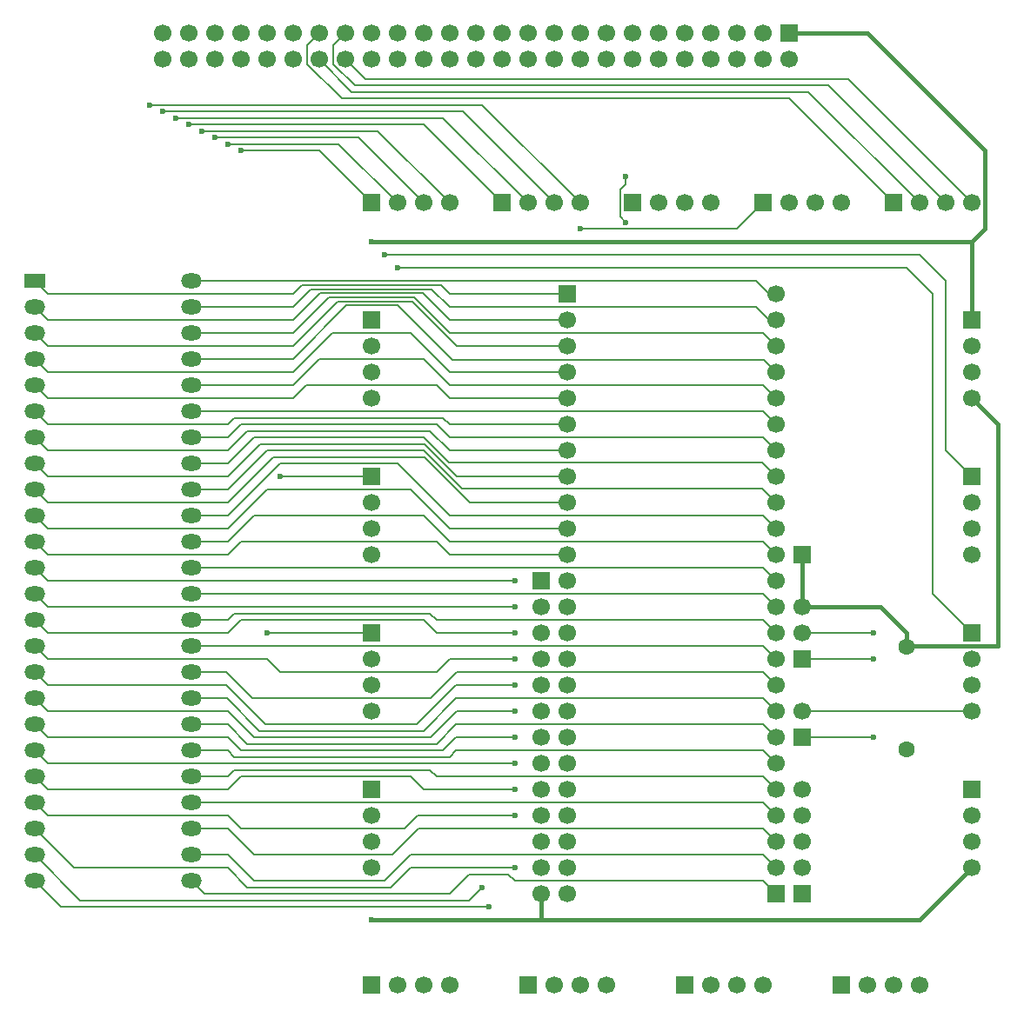
<source format=gtl>
%TF.GenerationSoftware,KiCad,Pcbnew,9.0.4-9.0.4-0~ubuntu24.04.1*%
%TF.CreationDate,2025-09-18T23:15:47+09:00*%
%TF.ProjectId,romread-adapter,726f6d72-6561-4642-9d61-646170746572,0-0*%
%TF.SameCoordinates,Original*%
%TF.FileFunction,Copper,L1,Top*%
%TF.FilePolarity,Positive*%
%FSLAX46Y46*%
G04 Gerber Fmt 4.6, Leading zero omitted, Abs format (unit mm)*
G04 Created by KiCad (PCBNEW 9.0.4-9.0.4-0~ubuntu24.04.1) date 2025-09-18 23:15:47*
%MOMM*%
%LPD*%
G01*
G04 APERTURE LIST*
%TA.AperFunction,ComponentPad*%
%ADD10R,1.700000X1.700000*%
%TD*%
%TA.AperFunction,ComponentPad*%
%ADD11C,1.700000*%
%TD*%
%TA.AperFunction,ComponentPad*%
%ADD12R,2.000000X1.440000*%
%TD*%
%TA.AperFunction,ComponentPad*%
%ADD13O,2.000000X1.440000*%
%TD*%
%TA.AperFunction,ComponentPad*%
%ADD14C,1.600000*%
%TD*%
%TA.AperFunction,ViaPad*%
%ADD15C,0.600000*%
%TD*%
%TA.AperFunction,Conductor*%
%ADD16C,0.400000*%
%TD*%
%TA.AperFunction,Conductor*%
%ADD17C,0.200000*%
%TD*%
G04 APERTURE END LIST*
D10*
%TO.P,JH41,1,VCC*%
%TO.N,VCC*%
X196850000Y-81276902D03*
D11*
%TO.P,JH41,2,VCC*%
X196850000Y-83816902D03*
%TO.P,JH41,3,VCC*%
X196850000Y-86356902D03*
%TO.P,JH41,4,VCC*%
X196850000Y-88896902D03*
%TD*%
D10*
%TO.P,JH32,1,CS*%
%TO.N,CS*%
X138430000Y-96520000D03*
D11*
%TO.P,JH32,2,CS*%
X138430000Y-99060000D03*
%TO.P,JH32,3,CS*%
X138430000Y-101600000D03*
%TO.P,JH32,4,CS*%
X138430000Y-104140000D03*
%TD*%
D10*
%TO.P,JH42,1,CS*%
%TO.N,CS*%
X196850000Y-96516902D03*
D11*
%TO.P,JH42,2,CS*%
X196850000Y-99056902D03*
%TO.P,JH42,3,CS*%
X196850000Y-101596902D03*
%TO.P,JH42,4,CS*%
X196850000Y-104136902D03*
%TD*%
D10*
%TO.P,JH1,1,VCC_IN*%
%TO.N,VCC*%
X179070000Y-53340000D03*
D11*
%TO.P,JH1,2,GND*%
%TO.N,GND*%
X179070000Y-55880000D03*
%TO.P,JH1,3,A14*%
%TO.N,A14*%
X176530000Y-53340000D03*
%TO.P,JH1,4,A15*%
%TO.N,A15*%
X176530000Y-55880000D03*
%TO.P,JH1,5,A12*%
%TO.N,A12*%
X173990000Y-53340000D03*
%TO.P,JH1,6,A13*%
%TO.N,A13*%
X173990000Y-55880000D03*
%TO.P,JH1,7,A10*%
%TO.N,A10*%
X171450000Y-53340000D03*
%TO.P,JH1,8,A11*%
%TO.N,A11*%
X171450000Y-55880000D03*
%TO.P,JH1,9,A8*%
%TO.N,A8*%
X168910000Y-53340000D03*
%TO.P,JH1,10,A9*%
%TO.N,A9*%
X168910000Y-55880000D03*
%TO.P,JH1,11,D14*%
%TO.N,D14*%
X166370000Y-53340000D03*
%TO.P,JH1,12,D15*%
%TO.N,D15*%
X166370000Y-55880000D03*
%TO.P,JH1,13,D12*%
%TO.N,D12*%
X163830000Y-53340000D03*
%TO.P,JH1,14,D13*%
%TO.N,D13*%
X163830000Y-55880000D03*
%TO.P,JH1,15,D10*%
%TO.N,D10*%
X161290000Y-53340000D03*
%TO.P,JH1,16,D11*%
%TO.N,D11*%
X161290000Y-55880000D03*
%TO.P,JH1,17,D8*%
%TO.N,D8*%
X158750000Y-53340000D03*
%TO.P,JH1,18,D9*%
%TO.N,D9*%
X158750000Y-55880000D03*
%TO.P,JH1,19,P19*%
%TO.N,unconnected-(JH1-P19-Pad19)*%
X156210000Y-53340000D03*
%TO.P,JH1,20,P20*%
%TO.N,unconnected-(JH1-P20-Pad20)*%
X156210000Y-55880000D03*
%TO.P,JH1,21,P21*%
%TO.N,unconnected-(JH1-P21-Pad21)*%
X153670000Y-53340000D03*
%TO.P,JH1,22,P22*%
%TO.N,unconnected-(JH1-P22-Pad22)*%
X153670000Y-55880000D03*
%TO.P,JH1,23,P23*%
%TO.N,unconnected-(JH1-P23-Pad23)*%
X151130000Y-53340000D03*
%TO.P,JH1,24,P24*%
%TO.N,unconnected-(JH1-P24-Pad24)*%
X151130000Y-55880000D03*
%TO.P,JH1,25,P25*%
%TO.N,unconnected-(JH1-P25-Pad25)*%
X148590000Y-53340000D03*
%TO.P,JH1,26,P26*%
%TO.N,unconnected-(JH1-P26-Pad26)*%
X148590000Y-55880000D03*
%TO.P,JH1,27,D1*%
%TO.N,D1*%
X146050000Y-53340000D03*
%TO.P,JH1,28,D0*%
%TO.N,D0*%
X146050000Y-55880000D03*
%TO.P,JH1,29,D3*%
%TO.N,D3*%
X143510000Y-53340000D03*
%TO.P,JH1,30,D2*%
%TO.N,D2*%
X143510000Y-55880000D03*
%TO.P,JH1,31,D5*%
%TO.N,D5*%
X140970000Y-53340000D03*
%TO.P,JH1,32,D4*%
%TO.N,D4*%
X140970000Y-55880000D03*
%TO.P,JH1,33,D7*%
%TO.N,D7*%
X138430000Y-53340000D03*
%TO.P,JH1,34,D6*%
%TO.N,D6*%
X138430000Y-55880000D03*
%TO.P,JH1,35,A18*%
%TO.N,A18*%
X135890000Y-53340000D03*
%TO.P,JH1,36,A19*%
%TO.N,A19*%
X135890000Y-55880000D03*
%TO.P,JH1,37,A16*%
%TO.N,A16*%
X133350000Y-53340000D03*
%TO.P,JH1,38,A17*%
%TO.N,A17*%
X133350000Y-55880000D03*
%TO.P,JH1,39,P39*%
%TO.N,unconnected-(JH1-P39-Pad39)*%
X130810000Y-53340000D03*
%TO.P,JH1,40,P40*%
%TO.N,unconnected-(JH1-P40-Pad40)*%
X130810000Y-55880000D03*
%TO.P,JH1,41,CS*%
%TO.N,CS*%
X128270000Y-53340000D03*
%TO.P,JH1,42,~{CS}*%
%TO.N,~{CS}*%
X128270000Y-55880000D03*
%TO.P,JH1,43,A1*%
%TO.N,A1*%
X125730000Y-53340000D03*
%TO.P,JH1,44,A0*%
%TO.N,A0*%
X125730000Y-55880000D03*
%TO.P,JH1,45,A3*%
%TO.N,A3*%
X123190000Y-53340000D03*
%TO.P,JH1,46,A2*%
%TO.N,A2*%
X123190000Y-55880000D03*
%TO.P,JH1,47,A5*%
%TO.N,A5*%
X120650000Y-53340000D03*
%TO.P,JH1,48,A4*%
%TO.N,A4*%
X120650000Y-55880000D03*
%TO.P,JH1,49,A7*%
%TO.N,A7*%
X118110000Y-53340000D03*
%TO.P,JH1,50,A6*%
%TO.N,A6*%
X118110000Y-55880000D03*
%TD*%
D10*
%TO.P,JR3,1,Pin_25*%
%TO.N,Net-(JR1-Pin_25)*%
X177800000Y-137156902D03*
D11*
%TO.P,JR3,2,Pin_26*%
%TO.N,Net-(JR1-Pin_26)*%
X177800000Y-134616902D03*
%TO.P,JR3,3,Pin_27*%
%TO.N,Net-(JR1-Pin_27)*%
X177800000Y-132076902D03*
%TO.P,JR3,4,Pin_28*%
%TO.N,Net-(JR1-Pin_28)*%
X177800000Y-129536902D03*
%TO.P,JR3,5,Pin_29*%
%TO.N,Net-(JR1-Pin_29)*%
X177800000Y-126996902D03*
%TO.P,JR3,6,Pin_30*%
%TO.N,Net-(JR1-Pin_30)*%
X177800000Y-124456902D03*
%TO.P,JR3,7,Pin_31*%
%TO.N,Net-(JR1-Pin_31)*%
X177800000Y-121916902D03*
%TO.P,JR3,8,Pin_32*%
%TO.N,Net-(JR1-Pin_32)*%
X177800000Y-119376902D03*
%TO.P,JR3,9,Pin_33*%
%TO.N,Net-(JR1-Pin_33)*%
X177800000Y-116836902D03*
%TO.P,JR3,10,Pin_34*%
%TO.N,Net-(JR1-Pin_34)*%
X177800000Y-114296902D03*
%TO.P,JR3,11,Pin_35*%
%TO.N,Net-(JR1-Pin_35)*%
X177800000Y-111756902D03*
%TO.P,JR3,12,Pin_36*%
%TO.N,Net-(JR1-Pin_36)*%
X177800000Y-109216902D03*
%TO.P,JR3,13,Pin_37*%
%TO.N,Net-(JR1-Pin_37)*%
X177800000Y-106676902D03*
%TO.P,JR3,14,Pin_38*%
%TO.N,Net-(JR1-Pin_38)*%
X177800000Y-104136902D03*
%TO.P,JR3,15,Pin_39*%
%TO.N,Net-(JR1-Pin_39)*%
X177800000Y-101596902D03*
%TO.P,JR3,16,Pin_40*%
%TO.N,Net-(JR1-Pin_40)*%
X177800000Y-99056902D03*
%TO.P,JR3,17,Pin_41*%
%TO.N,Net-(JR1-Pin_41)*%
X177800000Y-96516902D03*
%TO.P,JR3,18,Pin_42*%
%TO.N,Net-(JR1-Pin_42)*%
X177800000Y-93976902D03*
%TO.P,JR3,19,Pin_43*%
%TO.N,Net-(JR1-Pin_43)*%
X177800000Y-91436902D03*
%TO.P,JR3,20,Pin_44*%
%TO.N,Net-(JR1-Pin_44)*%
X177800000Y-88896902D03*
%TO.P,JR3,21,Pin_45*%
%TO.N,Net-(JR1-Pin_45)*%
X177800000Y-86356902D03*
%TO.P,JR3,22,Pin_46*%
%TO.N,Net-(JR1-Pin_46)*%
X177800000Y-83816902D03*
%TO.P,JR3,23,Pin_47*%
%TO.N,Net-(JR1-Pin_47)*%
X177800000Y-81276902D03*
%TO.P,JR3,24,Pin_48*%
%TO.N,Net-(JR1-Pin_48)*%
X177800000Y-78736902D03*
%TD*%
D10*
%TO.P,JH2,1,A12*%
%TO.N,A12*%
X154940000Y-106680000D03*
D11*
%TO.P,JH2,2,A7*%
%TO.N,A7*%
X154940000Y-109220000D03*
%TO.P,JH2,3,A6*%
%TO.N,A6*%
X154940000Y-111760000D03*
%TO.P,JH2,4,A5*%
%TO.N,A5*%
X154940000Y-114300000D03*
%TO.P,JH2,5,A4*%
%TO.N,A4*%
X154940000Y-116840000D03*
%TO.P,JH2,6,A3*%
%TO.N,A3*%
X154940000Y-119380000D03*
%TO.P,JH2,7,A2*%
%TO.N,A2*%
X154940000Y-121920000D03*
%TO.P,JH2,8,A1*%
%TO.N,A1*%
X154940000Y-124460000D03*
%TO.P,JH2,9,A0*%
%TO.N,A0*%
X154940000Y-127000000D03*
%TO.P,JH2,10,D0*%
%TO.N,D0*%
X154940000Y-129540000D03*
%TO.P,JH2,11,D1*%
%TO.N,D1*%
X154940000Y-132080000D03*
%TO.P,JH2,12,D2*%
%TO.N,D2*%
X154940000Y-134620000D03*
%TO.P,JH2,13,GND*%
%TO.N,GND*%
X154940000Y-137160000D03*
%TD*%
D10*
%TO.P,JH14,1,A12*%
%TO.N,A12*%
X176530000Y-69850000D03*
D11*
%TO.P,JH14,2,A13*%
%TO.N,A13*%
X179070000Y-69850000D03*
%TO.P,JH14,3,A14*%
%TO.N,A14*%
X181610000Y-69850000D03*
%TO.P,JH14,4,A15*%
%TO.N,A15*%
X184150000Y-69850000D03*
%TD*%
D12*
%TO.P,JR1,1,Pin_1*%
%TO.N,Net-(JR1-Pin_1)*%
X105659000Y-77470000D03*
D13*
%TO.P,JR1,2,Pin_2*%
%TO.N,Net-(JR1-Pin_2)*%
X105659000Y-80010000D03*
%TO.P,JR1,3,Pin_3*%
%TO.N,Net-(JR1-Pin_3)*%
X105659000Y-82550000D03*
%TO.P,JR1,4,Pin_4*%
%TO.N,Net-(JR1-Pin_4)*%
X105659000Y-85090000D03*
%TO.P,JR1,5,Pin_5*%
%TO.N,Net-(JR1-Pin_5)*%
X105659000Y-87630000D03*
%TO.P,JR1,6,Pin_6*%
%TO.N,Net-(JR1-Pin_6)*%
X105659000Y-90170000D03*
%TO.P,JR1,7,Pin_7*%
%TO.N,Net-(JR1-Pin_7)*%
X105659000Y-92710000D03*
%TO.P,JR1,8,Pin_8*%
%TO.N,Net-(JR1-Pin_8)*%
X105659000Y-95250000D03*
%TO.P,JR1,9,Pin_9*%
%TO.N,Net-(JR1-Pin_9)*%
X105659000Y-97790000D03*
%TO.P,JR1,10,Pin_10*%
%TO.N,Net-(JR1-Pin_10)*%
X105659000Y-100330000D03*
%TO.P,JR1,11,Pin_11*%
%TO.N,Net-(JR1-Pin_11)*%
X105659000Y-102870000D03*
%TO.P,JR1,12,Pin_12*%
%TO.N,Net-(JR1-Pin_12)*%
X105659000Y-105410000D03*
%TO.P,JR1,13,Pin_13*%
%TO.N,Net-(JR1-Pin_13)*%
X105659000Y-107950000D03*
%TO.P,JR1,14,Pin_14*%
%TO.N,Net-(JR1-Pin_14)*%
X105659000Y-110490000D03*
%TO.P,JR1,15,Pin_15*%
%TO.N,Net-(JR1-Pin_15)*%
X105659000Y-113030000D03*
%TO.P,JR1,16,Pin_16*%
%TO.N,Net-(JR1-Pin_16)*%
X105659000Y-115570000D03*
%TO.P,JR1,17,Pin_17*%
%TO.N,Net-(JR1-Pin_17)*%
X105659000Y-118110000D03*
%TO.P,JR1,18,Pin_18*%
%TO.N,Net-(JR1-Pin_18)*%
X105659000Y-120650000D03*
%TO.P,JR1,19,Pin_19*%
%TO.N,Net-(JR1-Pin_19)*%
X105659000Y-123190000D03*
%TO.P,JR1,20,Pin_20*%
%TO.N,Net-(JR1-Pin_20)*%
X105659000Y-125730000D03*
%TO.P,JR1,21,Pin_21*%
%TO.N,Net-(JR1-Pin_21)*%
X105659000Y-128270000D03*
%TO.P,JR1,22,Pin_22*%
%TO.N,Net-(JR1-Pin_22)*%
X105659000Y-130810000D03*
%TO.P,JR1,23,Pin_23*%
%TO.N,Net-(JR1-Pin_23)*%
X105659000Y-133350000D03*
%TO.P,JR1,24,Pin_24*%
%TO.N,Net-(JR1-Pin_24)*%
X105659000Y-135890000D03*
%TO.P,JR1,25,Pin_25*%
%TO.N,Net-(JR1-Pin_25)*%
X120899000Y-135890000D03*
%TO.P,JR1,26,Pin_26*%
%TO.N,Net-(JR1-Pin_26)*%
X120899000Y-133350000D03*
%TO.P,JR1,27,Pin_27*%
%TO.N,Net-(JR1-Pin_27)*%
X120899000Y-130810000D03*
%TO.P,JR1,28,Pin_28*%
%TO.N,Net-(JR1-Pin_28)*%
X120899000Y-128270000D03*
%TO.P,JR1,29,Pin_29*%
%TO.N,Net-(JR1-Pin_29)*%
X120899000Y-125730000D03*
%TO.P,JR1,30,Pin_30*%
%TO.N,Net-(JR1-Pin_30)*%
X120899000Y-123190000D03*
%TO.P,JR1,31,Pin_31*%
%TO.N,Net-(JR1-Pin_31)*%
X120899000Y-120650000D03*
%TO.P,JR1,32,Pin_32*%
%TO.N,Net-(JR1-Pin_32)*%
X120899000Y-118110000D03*
%TO.P,JR1,33,Pin_33*%
%TO.N,Net-(JR1-Pin_33)*%
X120899000Y-115570000D03*
%TO.P,JR1,34,Pin_34*%
%TO.N,Net-(JR1-Pin_34)*%
X120899000Y-113030000D03*
%TO.P,JR1,35,Pin_35*%
%TO.N,Net-(JR1-Pin_35)*%
X120899000Y-110490000D03*
%TO.P,JR1,36,Pin_36*%
%TO.N,Net-(JR1-Pin_36)*%
X120899000Y-107950000D03*
%TO.P,JR1,37,Pin_37*%
%TO.N,Net-(JR1-Pin_37)*%
X120899000Y-105410000D03*
%TO.P,JR1,38,Pin_38*%
%TO.N,Net-(JR1-Pin_38)*%
X120899000Y-102870000D03*
%TO.P,JR1,39,Pin_39*%
%TO.N,Net-(JR1-Pin_39)*%
X120899000Y-100330000D03*
%TO.P,JR1,40,Pin_40*%
%TO.N,Net-(JR1-Pin_40)*%
X120899000Y-97790000D03*
%TO.P,JR1,41,Pin_41*%
%TO.N,Net-(JR1-Pin_41)*%
X120899000Y-95250000D03*
%TO.P,JR1,42,Pin_42*%
%TO.N,Net-(JR1-Pin_42)*%
X120899000Y-92710000D03*
%TO.P,JR1,43,Pin_43*%
%TO.N,Net-(JR1-Pin_43)*%
X120899000Y-90170000D03*
%TO.P,JR1,44,Pin_44*%
%TO.N,Net-(JR1-Pin_44)*%
X120899000Y-87630000D03*
%TO.P,JR1,45,Pin_45*%
%TO.N,Net-(JR1-Pin_45)*%
X120899000Y-85090000D03*
%TO.P,JR1,46,Pin_46*%
%TO.N,Net-(JR1-Pin_46)*%
X120899000Y-82550000D03*
%TO.P,JR1,47,Pin_47*%
%TO.N,Net-(JR1-Pin_47)*%
X120899000Y-80010000D03*
%TO.P,JR1,48,Pin_48*%
%TO.N,Net-(JR1-Pin_48)*%
X120899000Y-77470000D03*
%TD*%
D10*
%TO.P,JH6,1,VCC*%
%TO.N,VCC*%
X180340000Y-104136902D03*
%TD*%
%TO.P,JH43,1,~{CS}*%
%TO.N,~{CS}*%
X196850000Y-111756902D03*
D11*
%TO.P,JH43,2,~{CS}*%
X196850000Y-114296902D03*
%TO.P,JH43,3,~{CS}*%
X196850000Y-116836902D03*
%TO.P,JH43,4,~{CS}*%
X196850000Y-119376902D03*
%TD*%
D10*
%TO.P,JH23,1,D8*%
%TO.N,D8*%
X168910000Y-146050000D03*
D11*
%TO.P,JH23,2,D9*%
%TO.N,D9*%
X171450000Y-146050000D03*
%TO.P,JH23,3,D10*%
%TO.N,D10*%
X173990000Y-146050000D03*
%TO.P,JH23,4,D11*%
%TO.N,D11*%
X176530000Y-146050000D03*
%TD*%
D10*
%TO.P,JH22,1,D4*%
%TO.N,D4*%
X153670000Y-146050000D03*
D11*
%TO.P,JH22,2,D5*%
%TO.N,D5*%
X156210000Y-146050000D03*
%TO.P,JH22,3,D6*%
%TO.N,D6*%
X158750000Y-146050000D03*
%TO.P,JH22,4,D7*%
%TO.N,D7*%
X161290000Y-146050000D03*
%TD*%
D10*
%TO.P,JH24,1,D12*%
%TO.N,D12*%
X184150000Y-146050000D03*
D11*
%TO.P,JH24,2,D13*%
%TO.N,D13*%
X186690000Y-146050000D03*
%TO.P,JH24,3,D14*%
%TO.N,D14*%
X189230000Y-146050000D03*
%TO.P,JH24,4,D15*%
%TO.N,D15*%
X191770000Y-146050000D03*
%TD*%
D10*
%TO.P,JH31,1,VCC*%
%TO.N,VCC*%
X138430000Y-81280000D03*
D11*
%TO.P,JH31,2,VCC*%
X138430000Y-83820000D03*
%TO.P,JH31,3,VCC*%
X138430000Y-86360000D03*
%TO.P,JH31,4,VCC*%
X138430000Y-88900000D03*
%TD*%
D10*
%TO.P,JH34,1,GND*%
%TO.N,GND*%
X138430000Y-127000000D03*
D11*
%TO.P,JH34,2,GND*%
X138430000Y-129540000D03*
%TO.P,JH34,3,GND*%
X138430000Y-132080000D03*
%TO.P,JH34,4,GND*%
X138430000Y-134620000D03*
%TD*%
D10*
%TO.P,JH5,1,A9*%
%TO.N,A9*%
X180340000Y-114296902D03*
D11*
%TO.P,JH5,2,A8*%
%TO.N,A8*%
X180340000Y-111756902D03*
%TO.P,JH5,3,VCC*%
%TO.N,VCC*%
X180340000Y-109216902D03*
%TD*%
D10*
%TO.P,JH11,1,A0*%
%TO.N,A0*%
X138430000Y-69850000D03*
D11*
%TO.P,JH11,2,A1*%
%TO.N,A1*%
X140970000Y-69850000D03*
%TO.P,JH11,3,A2*%
%TO.N,A2*%
X143510000Y-69850000D03*
%TO.P,JH11,4,A3*%
%TO.N,A3*%
X146050000Y-69850000D03*
%TD*%
D10*
%TO.P,JH13,1,A8*%
%TO.N,A8*%
X163830000Y-69850000D03*
D11*
%TO.P,JH13,2,A9*%
%TO.N,A9*%
X166370000Y-69850000D03*
%TO.P,JH13,3,A10*%
%TO.N,A10*%
X168910000Y-69850000D03*
%TO.P,JH13,4,A11*%
%TO.N,A11*%
X171450000Y-69850000D03*
%TD*%
D14*
%TO.P,C1,1*%
%TO.N,VCC*%
X190500000Y-113110000D03*
%TO.P,C1,2*%
%TO.N,GND*%
X190500000Y-123110000D03*
%TD*%
D10*
%TO.P,JH4,1,A10*%
%TO.N,A10*%
X180340000Y-121916902D03*
D11*
%TO.P,JH4,2,~{CS}*%
%TO.N,~{CS}*%
X180340000Y-119376902D03*
%TD*%
D10*
%TO.P,JH21,1,D0*%
%TO.N,D0*%
X138430000Y-146050000D03*
D11*
%TO.P,JH21,2,D1*%
%TO.N,D1*%
X140970000Y-146050000D03*
%TO.P,JH21,3,D2*%
%TO.N,D2*%
X143510000Y-146050000D03*
%TO.P,JH21,4,D3*%
%TO.N,D3*%
X146050000Y-146050000D03*
%TD*%
D10*
%TO.P,JH33,1,~{CS}*%
%TO.N,~{CS}*%
X138430000Y-111760000D03*
D11*
%TO.P,JH33,2,~{CS}*%
X138430000Y-114300000D03*
%TO.P,JH33,3,~{CS}*%
X138430000Y-116840000D03*
%TO.P,JH33,4,~{CS}*%
X138430000Y-119380000D03*
%TD*%
D10*
%TO.P,JH15,1,A16*%
%TO.N,A16*%
X189230000Y-69850000D03*
D11*
%TO.P,JH15,2,A17*%
%TO.N,A17*%
X191770000Y-69850000D03*
%TO.P,JH15,3,A18*%
%TO.N,A18*%
X194310000Y-69850000D03*
%TO.P,JH15,4,A19*%
%TO.N,A19*%
X196850000Y-69850000D03*
%TD*%
D10*
%TO.P,JH3,1,D3*%
%TO.N,D3*%
X180340000Y-137156902D03*
D11*
%TO.P,JH3,2,D4*%
%TO.N,D4*%
X180340000Y-134616902D03*
%TO.P,JH3,3,D5*%
%TO.N,D5*%
X180340000Y-132076902D03*
%TO.P,JH3,4,D6*%
%TO.N,D6*%
X180340000Y-129536902D03*
%TO.P,JH3,5,D7*%
%TO.N,D7*%
X180340000Y-126996902D03*
%TD*%
D10*
%TO.P,JH44,1,GND*%
%TO.N,GND*%
X196850000Y-126996902D03*
D11*
%TO.P,JH44,2,GND*%
X196850000Y-129536902D03*
%TO.P,JH44,3,GND*%
X196850000Y-132076902D03*
%TO.P,JH44,4,GND*%
X196850000Y-134616902D03*
%TD*%
D10*
%TO.P,JR2,1,Pin_1*%
%TO.N,Net-(JR1-Pin_1)*%
X157480000Y-78740000D03*
D11*
%TO.P,JR2,2,Pin_2*%
%TO.N,Net-(JR1-Pin_2)*%
X157480000Y-81280000D03*
%TO.P,JR2,3,Pin_3*%
%TO.N,Net-(JR1-Pin_3)*%
X157480000Y-83820000D03*
%TO.P,JR2,4,Pin_4*%
%TO.N,Net-(JR1-Pin_4)*%
X157480000Y-86360000D03*
%TO.P,JR2,5,Pin_5*%
%TO.N,Net-(JR1-Pin_5)*%
X157480000Y-88900000D03*
%TO.P,JR2,6,Pin_6*%
%TO.N,Net-(JR1-Pin_6)*%
X157480000Y-91440000D03*
%TO.P,JR2,7,Pin_7*%
%TO.N,Net-(JR1-Pin_7)*%
X157480000Y-93980000D03*
%TO.P,JR2,8,Pin_8*%
%TO.N,Net-(JR1-Pin_8)*%
X157480000Y-96520000D03*
%TO.P,JR2,9,Pin_9*%
%TO.N,Net-(JR1-Pin_9)*%
X157480000Y-99060000D03*
%TO.P,JR2,10,Pin_10*%
%TO.N,Net-(JR1-Pin_10)*%
X157480000Y-101600000D03*
%TO.P,JR2,11,Pin_11*%
%TO.N,Net-(JR1-Pin_11)*%
X157480000Y-104140000D03*
%TO.P,JR2,12,Pin_12*%
%TO.N,Net-(JR1-Pin_12)*%
X157480000Y-106680000D03*
%TO.P,JR2,13,Pin_13*%
%TO.N,Net-(JR1-Pin_13)*%
X157480000Y-109220000D03*
%TO.P,JR2,14,Pin_14*%
%TO.N,Net-(JR1-Pin_14)*%
X157480000Y-111760000D03*
%TO.P,JR2,15,Pin_15*%
%TO.N,Net-(JR1-Pin_15)*%
X157480000Y-114300000D03*
%TO.P,JR2,16,Pin_16*%
%TO.N,Net-(JR1-Pin_16)*%
X157480000Y-116840000D03*
%TO.P,JR2,17,Pin_17*%
%TO.N,Net-(JR1-Pin_17)*%
X157480000Y-119380000D03*
%TO.P,JR2,18,Pin_18*%
%TO.N,Net-(JR1-Pin_18)*%
X157480000Y-121920000D03*
%TO.P,JR2,19,Pin_19*%
%TO.N,Net-(JR1-Pin_19)*%
X157480000Y-124460000D03*
%TO.P,JR2,20,Pin_20*%
%TO.N,Net-(JR1-Pin_20)*%
X157480000Y-127000000D03*
%TO.P,JR2,21,Pin_21*%
%TO.N,Net-(JR1-Pin_21)*%
X157480000Y-129540000D03*
%TO.P,JR2,22,Pin_22*%
%TO.N,Net-(JR1-Pin_22)*%
X157480000Y-132080000D03*
%TO.P,JR2,23,Pin_23*%
%TO.N,Net-(JR1-Pin_23)*%
X157480000Y-134620000D03*
%TO.P,JR2,24,Pin_24*%
%TO.N,Net-(JR1-Pin_24)*%
X157480000Y-137160000D03*
%TD*%
D10*
%TO.P,JH12,1,A4*%
%TO.N,A4*%
X151130000Y-69850000D03*
D11*
%TO.P,JH12,2,A5*%
%TO.N,A5*%
X153670000Y-69850000D03*
%TO.P,JH12,3,A6*%
%TO.N,A6*%
X156210000Y-69850000D03*
%TO.P,JH12,4,A7*%
%TO.N,A7*%
X158750000Y-69850000D03*
%TD*%
D15*
%TO.N,GND*%
X138430000Y-139700000D03*
%TO.N,VCC*%
X138430000Y-73660000D03*
%TO.N,A10*%
X187325000Y-121920000D03*
%TO.N,A1*%
X124460000Y-64135000D03*
%TO.N,A9*%
X187325000Y-114296902D03*
%TO.N,A6*%
X118110000Y-60960000D03*
%TO.N,A5*%
X119380000Y-61595000D03*
%TO.N,A3*%
X121920000Y-62865000D03*
%TO.N,A8*%
X187321902Y-111756902D03*
%TO.N,A4*%
X120650000Y-62230000D03*
%TO.N,CS*%
X129540000Y-96520000D03*
X139700000Y-74930000D03*
%TO.N,A7*%
X116840000Y-60325000D03*
%TO.N,A0*%
X125730000Y-64770000D03*
%TO.N,D15*%
X163195000Y-71755000D03*
X163195000Y-67310000D03*
%TO.N,~{CS}*%
X128270000Y-111760000D03*
X140970000Y-76200000D03*
%TO.N,A2*%
X123190000Y-63500000D03*
%TO.N,A12*%
X158750000Y-72390000D03*
%TO.N,Net-(JR1-Pin_18)*%
X152400000Y-121920000D03*
%TO.N,Net-(JR1-Pin_12)*%
X152400000Y-106680000D03*
%TO.N,Net-(JR1-Pin_24)*%
X149860000Y-138430000D03*
%TO.N,Net-(JR1-Pin_20)*%
X152400000Y-127000000D03*
%TO.N,Net-(JR1-Pin_22)*%
X152400000Y-134620000D03*
%TO.N,Net-(JR1-Pin_17)*%
X152400000Y-119380000D03*
%TO.N,Net-(JR1-Pin_15)*%
X152400000Y-114300000D03*
%TO.N,Net-(JR1-Pin_19)*%
X152400000Y-124460000D03*
%TO.N,Net-(JR1-Pin_13)*%
X152400000Y-109220000D03*
%TO.N,Net-(JR1-Pin_16)*%
X152400000Y-116840000D03*
%TO.N,Net-(JR1-Pin_21)*%
X152400000Y-129540000D03*
%TO.N,Net-(JR1-Pin_14)*%
X152400000Y-111760000D03*
%TO.N,Net-(JR1-Pin_23)*%
X149225000Y-136525000D03*
%TD*%
D16*
%TO.N,GND*%
X138430000Y-139700000D02*
X191766902Y-139700000D01*
X154940000Y-137160000D02*
X154940000Y-139700000D01*
X191766902Y-139700000D02*
X196850000Y-134616902D01*
%TO.N,VCC*%
X196850000Y-73660000D02*
X196850000Y-76201902D01*
X196850000Y-73661902D02*
X196850000Y-76201902D01*
X190500000Y-113030000D02*
X190500000Y-111760000D01*
X198120000Y-64770000D02*
X198120000Y-72390000D01*
X186690000Y-53340000D02*
X198120000Y-64770000D01*
X198120000Y-72390000D02*
X196850000Y-73660000D01*
X179070000Y-53340000D02*
X186690000Y-53340000D01*
X196850000Y-88896902D02*
X199390000Y-91436902D01*
X199390000Y-91436902D02*
X199390000Y-113030000D01*
X199390000Y-113030000D02*
X190500000Y-113030000D01*
X138430000Y-73660000D02*
X196850000Y-73660000D01*
X187956902Y-109216902D02*
X180340000Y-109216902D01*
X190500000Y-113110000D02*
X190500000Y-113030000D01*
X190500000Y-111760000D02*
X187956902Y-109216902D01*
X180340000Y-109216902D02*
X180340000Y-104136902D01*
X196850000Y-76201902D02*
X196850000Y-81276902D01*
D17*
%TO.N,A10*%
X187321902Y-121916902D02*
X180340000Y-121916902D01*
X187325000Y-121920000D02*
X187321902Y-121916902D01*
%TO.N,A1*%
X140970000Y-69850000D02*
X135255000Y-64135000D01*
X135255000Y-64135000D02*
X124460000Y-64135000D01*
%TO.N,A9*%
X180340000Y-114296902D02*
X187325000Y-114296902D01*
%TO.N,A17*%
X191770000Y-69850000D02*
X180975000Y-59055000D01*
X136525000Y-59055000D02*
X133350000Y-55880000D01*
X180975000Y-59055000D02*
X136525000Y-59055000D01*
%TO.N,A6*%
X147320000Y-60960000D02*
X118110000Y-60960000D01*
X156210000Y-69850000D02*
X147320000Y-60960000D01*
%TO.N,A18*%
X134739000Y-56356760D02*
X134739000Y-54491000D01*
X134739000Y-54491000D02*
X135890000Y-53340000D01*
X136802240Y-58420000D02*
X134739000Y-56356760D01*
X194310000Y-69850000D02*
X182880000Y-58420000D01*
X182880000Y-58420000D02*
X136802240Y-58420000D01*
%TO.N,A5*%
X145415000Y-61595000D02*
X119380000Y-61595000D01*
X153670000Y-69850000D02*
X145415000Y-61595000D01*
%TO.N,A3*%
X139065000Y-62865000D02*
X121920000Y-62865000D01*
X146050000Y-69850000D02*
X139065000Y-62865000D01*
%TO.N,A8*%
X187321902Y-111756902D02*
X180340000Y-111756902D01*
%TO.N,A4*%
X143510000Y-62230000D02*
X120650000Y-62230000D01*
X151130000Y-69850000D02*
X143510000Y-62230000D01*
%TO.N,CS*%
X194310000Y-93976902D02*
X194310000Y-77470000D01*
X194310000Y-77470000D02*
X191770000Y-74930000D01*
X194310000Y-93976902D02*
X196850000Y-96516902D01*
X138430000Y-96520000D02*
X129540000Y-96520000D01*
X139700000Y-74930000D02*
X191770000Y-74930000D01*
%TO.N,A7*%
X149225000Y-60325000D02*
X116840000Y-60325000D01*
X158750000Y-69850000D02*
X149225000Y-60325000D01*
%TO.N,A0*%
X133350000Y-64770000D02*
X138430000Y-69850000D01*
X125730000Y-64770000D02*
X133350000Y-64770000D01*
%TO.N,A19*%
X137862000Y-57852000D02*
X184852000Y-57852000D01*
X135890000Y-55880000D02*
X137862000Y-57852000D01*
X184852000Y-57852000D02*
X196850000Y-69850000D01*
%TO.N,D15*%
X163195000Y-68064000D02*
X162679000Y-68580000D01*
X162679000Y-68580000D02*
X162679000Y-71239000D01*
X162679000Y-71239000D02*
X163195000Y-71755000D01*
X163195000Y-67310000D02*
X163195000Y-68064000D01*
%TO.N,~{CS}*%
X190500000Y-76200000D02*
X193040000Y-78740000D01*
X193040000Y-78740000D02*
X193040000Y-107946902D01*
X128270000Y-111760000D02*
X138430000Y-111760000D01*
X140970000Y-76200000D02*
X190500000Y-76200000D01*
X193040000Y-107946902D02*
X196850000Y-111756902D01*
X180340000Y-119376902D02*
X196850000Y-119376902D01*
%TO.N,A2*%
X123190000Y-63500000D02*
X137160000Y-63500000D01*
X137160000Y-63500000D02*
X143510000Y-69850000D01*
%TO.N,A12*%
X173990000Y-72390000D02*
X176530000Y-69850000D01*
X158750000Y-72390000D02*
X173990000Y-72390000D01*
%TO.N,A16*%
X179070000Y-59690000D02*
X135532240Y-59690000D01*
X132199000Y-54491000D02*
X133350000Y-53340000D01*
X135532240Y-59690000D02*
X132199000Y-56356760D01*
X189230000Y-69850000D02*
X179070000Y-59690000D01*
X132199000Y-56356760D02*
X132199000Y-54491000D01*
%TO.N,Net-(JR1-Pin_26)*%
X139700000Y-135890000D02*
X126966052Y-135890000D01*
X176533098Y-133350000D02*
X142240000Y-133350000D01*
X126966052Y-135890000D02*
X124426052Y-133350000D01*
X177800000Y-134616902D02*
X176533098Y-133350000D01*
X124426052Y-133350000D02*
X120899000Y-133350000D01*
X142240000Y-133350000D02*
X139700000Y-135890000D01*
%TO.N,Net-(JR1-Pin_27)*%
X177800000Y-132076902D02*
X176533098Y-130810000D01*
X126966052Y-133350000D02*
X124426052Y-130810000D01*
X143016380Y-130810000D02*
X140476380Y-133350000D01*
X140476380Y-133350000D02*
X126966052Y-133350000D01*
X124426052Y-130810000D02*
X120899000Y-130810000D01*
X176533098Y-130810000D02*
X143016380Y-130810000D01*
%TO.N,Net-(JR1-Pin_18)*%
X125730000Y-123190000D02*
X124460000Y-121920000D01*
X146685000Y-121920000D02*
X145415000Y-123190000D01*
X124460000Y-121920000D02*
X106929000Y-121920000D01*
X152400000Y-121920000D02*
X146685000Y-121920000D01*
X106929000Y-121920000D02*
X105659000Y-120650000D01*
X145415000Y-123190000D02*
X125730000Y-123190000D01*
%TO.N,Net-(JR1-Pin_33)*%
X176533098Y-115570000D02*
X146752900Y-115570000D01*
X126832100Y-118110000D02*
X124292100Y-115570000D01*
X146752900Y-115570000D02*
X144212900Y-118110000D01*
X124292100Y-115570000D02*
X120899000Y-115570000D01*
X144212900Y-118110000D02*
X126832100Y-118110000D01*
X177800000Y-116836902D02*
X176533098Y-115570000D01*
%TO.N,Net-(JR1-Pin_1)*%
X145181000Y-77871000D02*
X146050000Y-78740000D01*
X105659000Y-77470000D02*
X106929000Y-78740000D01*
X146050000Y-78740000D02*
X157480000Y-78740000D01*
X130810000Y-78740000D02*
X131679000Y-77871000D01*
X131679000Y-77871000D02*
X145181000Y-77871000D01*
X106929000Y-78740000D02*
X130810000Y-78740000D01*
%TO.N,Net-(JR1-Pin_3)*%
X135155000Y-79475000D02*
X142407900Y-79475000D01*
X142407900Y-79475000D02*
X146752900Y-83820000D01*
X146752900Y-83820000D02*
X157480000Y-83820000D01*
X105659000Y-82550000D02*
X106929000Y-83820000D01*
X106929000Y-83820000D02*
X130810000Y-83820000D01*
X130810000Y-83820000D02*
X135155000Y-79475000D01*
%TO.N,Net-(JR1-Pin_12)*%
X106929000Y-106680000D02*
X105659000Y-105410000D01*
X152400000Y-106680000D02*
X106929000Y-106680000D01*
%TO.N,Net-(JR1-Pin_4)*%
X142240000Y-82550000D02*
X146050000Y-86360000D01*
X134620000Y-82550000D02*
X142240000Y-82550000D01*
X106929000Y-86360000D02*
X130810000Y-86360000D01*
X130810000Y-86360000D02*
X134620000Y-82550000D01*
X146050000Y-86360000D02*
X157480000Y-86360000D01*
X105659000Y-85090000D02*
X106929000Y-86360000D01*
%TO.N,Net-(JR1-Pin_24)*%
X108199000Y-138430000D02*
X105659000Y-135890000D01*
X149860000Y-138430000D02*
X108199000Y-138430000D01*
%TO.N,Net-(JR1-Pin_11)*%
X144780000Y-102870000D02*
X146050000Y-104140000D01*
X146050000Y-104140000D02*
X157480000Y-104140000D01*
X106929000Y-104140000D02*
X124460000Y-104140000D01*
X124460000Y-104140000D02*
X125730000Y-102870000D01*
X125730000Y-102870000D02*
X144780000Y-102870000D01*
X105659000Y-102870000D02*
X106929000Y-104140000D01*
%TO.N,Net-(JR1-Pin_42)*%
X176533098Y-92710000D02*
X177800000Y-93976902D01*
X146050000Y-92710000D02*
X176533098Y-92710000D01*
X124460000Y-92710000D02*
X125730000Y-91440000D01*
X144780000Y-91440000D02*
X146050000Y-92710000D01*
X125730000Y-91440000D02*
X144780000Y-91440000D01*
X120899000Y-92710000D02*
X124460000Y-92710000D01*
%TO.N,Net-(JR1-Pin_48)*%
X175850098Y-77470000D02*
X177117000Y-78736902D01*
X120899000Y-77470000D02*
X175850098Y-77470000D01*
%TO.N,Net-(JR1-Pin_37)*%
X176533098Y-105410000D02*
X177800000Y-106676902D01*
X120899000Y-105410000D02*
X176533098Y-105410000D01*
%TO.N,Net-(JR1-Pin_10)*%
X106929000Y-101600000D02*
X124460000Y-101600000D01*
X142240000Y-97790000D02*
X146050000Y-101600000D01*
X105659000Y-100330000D02*
X106929000Y-101600000D01*
X124460000Y-101600000D02*
X128270000Y-97790000D01*
X128270000Y-97790000D02*
X142240000Y-97790000D01*
X146050000Y-101600000D02*
X157480000Y-101600000D01*
%TO.N,Net-(JR1-Pin_20)*%
X125730000Y-125730000D02*
X124460000Y-127000000D01*
X152400000Y-127000000D02*
X143510000Y-127000000D01*
X142240000Y-125730000D02*
X125730000Y-125730000D01*
X124460000Y-127000000D02*
X106929000Y-127000000D01*
X106929000Y-127000000D02*
X105659000Y-125730000D01*
X143510000Y-127000000D02*
X142240000Y-125730000D01*
%TO.N,Net-(JR1-Pin_22)*%
X140335000Y-136525000D02*
X126331052Y-136525000D01*
X142240000Y-134620000D02*
X140335000Y-136525000D01*
X152400000Y-134620000D02*
X142240000Y-134620000D01*
X109469000Y-134620000D02*
X105659000Y-130810000D01*
X126331052Y-136525000D02*
X124426052Y-134620000D01*
X124426052Y-134620000D02*
X109469000Y-134620000D01*
%TO.N,Net-(JR1-Pin_2)*%
X130810000Y-81280000D02*
X133417000Y-78673000D01*
X143443000Y-78673000D02*
X146050000Y-81280000D01*
X105659000Y-80010000D02*
X106929000Y-81280000D01*
X146050000Y-81280000D02*
X157480000Y-81280000D01*
X106929000Y-81280000D02*
X130810000Y-81280000D01*
X133417000Y-78673000D02*
X143443000Y-78673000D01*
%TO.N,Net-(JR1-Pin_44)*%
X143510000Y-85090000D02*
X146050000Y-87630000D01*
X176533098Y-87630000D02*
X177800000Y-88896902D01*
X120899000Y-87630000D02*
X130810000Y-87630000D01*
X130810000Y-87630000D02*
X133350000Y-85090000D01*
X133350000Y-85090000D02*
X143510000Y-85090000D01*
X146050000Y-87630000D02*
X176533098Y-87630000D01*
%TO.N,Net-(JR1-Pin_25)*%
X146050000Y-137160000D02*
X122169000Y-137160000D01*
X152400000Y-135890000D02*
X151765000Y-135255000D01*
X122169000Y-137160000D02*
X120899000Y-135890000D01*
X151765000Y-135255000D02*
X147955000Y-135255000D01*
X176533098Y-135890000D02*
X152400000Y-135890000D01*
X177800000Y-137156902D02*
X176533098Y-135890000D01*
X147955000Y-135255000D02*
X146050000Y-137160000D01*
%TO.N,Net-(JR1-Pin_17)*%
X127000000Y-121920000D02*
X124460000Y-119380000D01*
X146718950Y-119380000D02*
X144178950Y-121920000D01*
X144178950Y-121920000D02*
X127000000Y-121920000D01*
X124460000Y-119380000D02*
X106929000Y-119380000D01*
X106929000Y-119380000D02*
X105659000Y-118110000D01*
X152400000Y-119380000D02*
X146718950Y-119380000D01*
%TO.N,Net-(JR1-Pin_32)*%
X146685000Y-118110000D02*
X143510000Y-121285000D01*
X177800000Y-119376902D02*
X176533098Y-118110000D01*
X143510000Y-121285000D02*
X127534998Y-121285000D01*
X127534998Y-121285000D02*
X124359998Y-118110000D01*
X124359998Y-118110000D02*
X120899000Y-118110000D01*
X176533098Y-118110000D02*
X146685000Y-118110000D01*
%TO.N,Net-(JR1-Pin_15)*%
X146050000Y-114300000D02*
X144780000Y-115570000D01*
X144780000Y-115570000D02*
X129540000Y-115570000D01*
X106929000Y-114300000D02*
X105659000Y-113030000D01*
X128270000Y-114300000D02*
X106929000Y-114300000D01*
X152400000Y-114300000D02*
X146050000Y-114300000D01*
X129540000Y-115570000D02*
X128270000Y-114300000D01*
%TO.N,Net-(JR1-Pin_43)*%
X176533098Y-90170000D02*
X177800000Y-91436902D01*
X120899000Y-90170000D02*
X176533098Y-90170000D01*
%TO.N,Net-(JR1-Pin_6)*%
X145415000Y-90805000D02*
X146050000Y-91440000D01*
X105659000Y-90170000D02*
X106929000Y-91440000D01*
X124460000Y-91440000D02*
X125095000Y-90805000D01*
X106929000Y-91440000D02*
X124460000Y-91440000D01*
X146050000Y-91440000D02*
X157480000Y-91440000D01*
X125095000Y-90805000D02*
X145415000Y-90805000D01*
%TO.N,Net-(JR1-Pin_39)*%
X124460000Y-100330000D02*
X129540000Y-95250000D01*
X129540000Y-95250000D02*
X140970000Y-95250000D01*
X120899000Y-100330000D02*
X124460000Y-100330000D01*
X176533098Y-100330000D02*
X177800000Y-101596902D01*
X140970000Y-95250000D02*
X146050000Y-100330000D01*
X146050000Y-100330000D02*
X176533098Y-100330000D01*
%TO.N,Net-(JR1-Pin_5)*%
X132080000Y-87630000D02*
X144780000Y-87630000D01*
X144780000Y-87630000D02*
X146050000Y-88900000D01*
X105659000Y-87630000D02*
X106929000Y-88900000D01*
X106929000Y-88900000D02*
X130810000Y-88900000D01*
X130810000Y-88900000D02*
X132080000Y-87630000D01*
X146050000Y-88900000D02*
X157480000Y-88900000D01*
%TO.N,Net-(JR1-Pin_31)*%
X176533098Y-120650000D02*
X146685000Y-120650000D01*
X146685000Y-120650000D02*
X144780000Y-122555000D01*
X177800000Y-121916902D02*
X176533098Y-120650000D01*
X144780000Y-122555000D02*
X126365000Y-122555000D01*
X126365000Y-122555000D02*
X124460000Y-120650000D01*
X124460000Y-120650000D02*
X120899000Y-120650000D01*
%TO.N,Net-(JR1-Pin_19)*%
X105659000Y-123190000D02*
X106929000Y-124460000D01*
X106929000Y-124460000D02*
X152400000Y-124460000D01*
%TO.N,Net-(JR1-Pin_13)*%
X152400000Y-109220000D02*
X106929000Y-109220000D01*
X106929000Y-109220000D02*
X105659000Y-107950000D01*
%TO.N,Net-(JR1-Pin_16)*%
X124292098Y-116840000D02*
X106929000Y-116840000D01*
X142875000Y-120650000D02*
X128102098Y-120650000D01*
X152400000Y-116840000D02*
X146685000Y-116840000D01*
X128102098Y-120650000D02*
X124292098Y-116840000D01*
X106929000Y-116840000D02*
X105659000Y-115570000D01*
X146685000Y-116840000D02*
X142875000Y-120650000D01*
%TO.N,Net-(JR1-Pin_9)*%
X124460000Y-99060000D02*
X128905000Y-94615000D01*
X128905000Y-94615000D02*
X143577900Y-94615000D01*
X105659000Y-97790000D02*
X106929000Y-99060000D01*
X106929000Y-99060000D02*
X124460000Y-99060000D01*
X148022900Y-99060000D02*
X157480000Y-99060000D01*
X143577900Y-94615000D02*
X148022900Y-99060000D01*
%TO.N,Net-(JR1-Pin_47)*%
X175850098Y-80010000D02*
X177117000Y-81276902D01*
X132548000Y-78272000D02*
X144312000Y-78272000D01*
X130810000Y-80010000D02*
X132548000Y-78272000D01*
X120899000Y-80010000D02*
X130810000Y-80010000D01*
X146050000Y-80010000D02*
X175850098Y-80010000D01*
X144312000Y-78272000D02*
X146050000Y-80010000D01*
%TO.N,Net-(JR1-Pin_21)*%
X141672900Y-130810000D02*
X142942900Y-129540000D01*
X105659000Y-128270000D02*
X106929000Y-129540000D01*
X106929000Y-129540000D02*
X124460000Y-129540000D01*
X124460000Y-129540000D02*
X125730000Y-130810000D01*
X142942900Y-129540000D02*
X152400000Y-129540000D01*
X125730000Y-130810000D02*
X141672900Y-130810000D01*
%TO.N,Net-(JR1-Pin_29)*%
X176533098Y-125730000D02*
X144780000Y-125730000D01*
X144780000Y-125730000D02*
X144145000Y-125095000D01*
X177800000Y-126996902D02*
X176533098Y-125730000D01*
X124460000Y-125730000D02*
X120899000Y-125730000D01*
X125095000Y-125095000D02*
X124460000Y-125730000D01*
X144145000Y-125095000D02*
X125095000Y-125095000D01*
%TO.N,Net-(JR1-Pin_14)*%
X106929000Y-111760000D02*
X105659000Y-110490000D01*
X125730000Y-110490000D02*
X124460000Y-111760000D01*
X124460000Y-111760000D02*
X106929000Y-111760000D01*
X144780000Y-111760000D02*
X143510000Y-110490000D01*
X143510000Y-110490000D02*
X125730000Y-110490000D01*
X152400000Y-111760000D02*
X144780000Y-111760000D01*
%TO.N,Net-(JR1-Pin_46)*%
X176533098Y-82550000D02*
X177800000Y-83816902D01*
X130810000Y-82550000D02*
X134286000Y-79074000D01*
X120899000Y-82550000D02*
X130810000Y-82550000D01*
X134286000Y-79074000D02*
X142574000Y-79074000D01*
X142574000Y-79074000D02*
X146050000Y-82550000D01*
X146050000Y-82550000D02*
X176533098Y-82550000D01*
%TO.N,Net-(JR1-Pin_36)*%
X176533098Y-107950000D02*
X120899000Y-107950000D01*
X177800000Y-109216902D02*
X176533098Y-107950000D01*
%TO.N,Net-(JR1-Pin_45)*%
X140970000Y-79876000D02*
X146303000Y-85209000D01*
X176652098Y-85209000D02*
X177800000Y-86356902D01*
X130810000Y-85090000D02*
X136024000Y-79876000D01*
X146303000Y-85209000D02*
X176652098Y-85209000D01*
X120899000Y-85090000D02*
X130810000Y-85090000D01*
X136024000Y-79876000D02*
X140970000Y-79876000D01*
%TO.N,Net-(JR1-Pin_35)*%
X144145000Y-109855000D02*
X125095000Y-109855000D01*
X177800000Y-111756902D02*
X176533098Y-110490000D01*
X125095000Y-109855000D02*
X124460000Y-110490000D01*
X124460000Y-110490000D02*
X120899000Y-110490000D01*
X176533098Y-110490000D02*
X144780000Y-110490000D01*
X144780000Y-110490000D02*
X144145000Y-109855000D01*
%TO.N,Net-(JR1-Pin_40)*%
X128270000Y-93980000D02*
X143510000Y-93980000D01*
X143510000Y-93980000D02*
X147201000Y-97671000D01*
X176414098Y-97671000D02*
X177800000Y-99056902D01*
X120899000Y-97790000D02*
X124460000Y-97790000D01*
X147201000Y-97671000D02*
X176414098Y-97671000D01*
X124460000Y-97790000D02*
X128270000Y-93980000D01*
%TO.N,Net-(JR1-Pin_34)*%
X177800000Y-114296902D02*
X176533098Y-113030000D01*
X176533098Y-113030000D02*
X120899000Y-113030000D01*
%TO.N,Net-(JR1-Pin_41)*%
X127000000Y-92710000D02*
X143510000Y-92710000D01*
X143510000Y-92710000D02*
X145931000Y-95131000D01*
X176414098Y-95131000D02*
X177800000Y-96516902D01*
X120899000Y-95250000D02*
X124460000Y-95250000D01*
X145931000Y-95131000D02*
X176414098Y-95131000D01*
X124460000Y-95250000D02*
X127000000Y-92710000D01*
%TO.N,Net-(JR1-Pin_30)*%
X146050000Y-123825000D02*
X125095000Y-123825000D01*
X124460000Y-123190000D02*
X120899000Y-123190000D01*
X146685000Y-123190000D02*
X146050000Y-123825000D01*
X176533098Y-123190000D02*
X146685000Y-123190000D01*
X177800000Y-124456902D02*
X176533098Y-123190000D01*
X125095000Y-123825000D02*
X124460000Y-123190000D01*
%TO.N,Net-(JR1-Pin_23)*%
X149225000Y-136525000D02*
X147955000Y-137795000D01*
X147955000Y-137795000D02*
X110104000Y-137795000D01*
X110104000Y-137795000D02*
X105659000Y-133350000D01*
%TO.N,Net-(JR1-Pin_28)*%
X176533098Y-128270000D02*
X120899000Y-128270000D01*
X177800000Y-129536902D02*
X176533098Y-128270000D01*
%TO.N,Net-(JR1-Pin_8)*%
X105659000Y-95250000D02*
X106929000Y-96520000D01*
X143577900Y-93345000D02*
X146752900Y-96520000D01*
X106929000Y-96520000D02*
X124460000Y-96520000D01*
X127635000Y-93345000D02*
X143577900Y-93345000D01*
X146752900Y-96520000D02*
X157480000Y-96520000D01*
X124460000Y-96520000D02*
X127635000Y-93345000D01*
%TO.N,Net-(JR1-Pin_38)*%
X120899000Y-102870000D02*
X124460000Y-102870000D01*
X127000000Y-100330000D02*
X143510000Y-100330000D01*
X146050000Y-102870000D02*
X176533098Y-102870000D01*
X124460000Y-102870000D02*
X127000000Y-100330000D01*
X143510000Y-100330000D02*
X146050000Y-102870000D01*
X176533098Y-102870000D02*
X177800000Y-104136902D01*
%TO.N,Net-(JR1-Pin_7)*%
X105659000Y-92710000D02*
X106929000Y-93980000D01*
X146050000Y-93980000D02*
X157480000Y-93980000D01*
X106929000Y-93980000D02*
X124460000Y-93980000D01*
X144145000Y-92075000D02*
X146050000Y-93980000D01*
X124460000Y-93980000D02*
X126365000Y-92075000D01*
X126365000Y-92075000D02*
X144145000Y-92075000D01*
%TD*%
M02*

</source>
